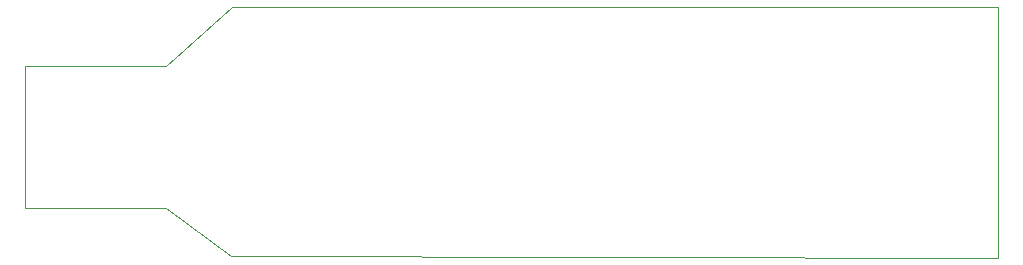
<source format=gbr>
%TF.GenerationSoftware,KiCad,Pcbnew,(7.0.0)*%
%TF.CreationDate,2023-12-29T11:59:30-08:00*%
%TF.ProjectId,MiniBadgeUSBmount,4d696e69-4261-4646-9765-5553426d6f75,rev?*%
%TF.SameCoordinates,Original*%
%TF.FileFunction,Profile,NP*%
%FSLAX46Y46*%
G04 Gerber Fmt 4.6, Leading zero omitted, Abs format (unit mm)*
G04 Created by KiCad (PCBNEW (7.0.0)) date 2023-12-29 11:59:30*
%MOMM*%
%LPD*%
G01*
G04 APERTURE LIST*
%TA.AperFunction,Profile*%
%ADD10C,0.100000*%
%TD*%
%TA.AperFunction,Profile*%
%ADD11C,0.040640*%
%TD*%
G04 APERTURE END LIST*
D10*
X129530000Y-112870000D02*
X135070000Y-107880000D01*
X199905000Y-129150000D02*
X135000000Y-128940000D01*
X135000000Y-128940000D02*
X129530000Y-124870000D01*
X199970000Y-107910000D02*
X199905000Y-129150000D01*
X135070000Y-107880000D02*
X199970000Y-107910000D01*
D11*
%TO.C,J1*%
X117530000Y-112870000D02*
X129530000Y-112870000D01*
X129530000Y-124870000D02*
X117530000Y-124870000D01*
X117530000Y-124870000D02*
X117530000Y-112870000D01*
%TD*%
M02*

</source>
